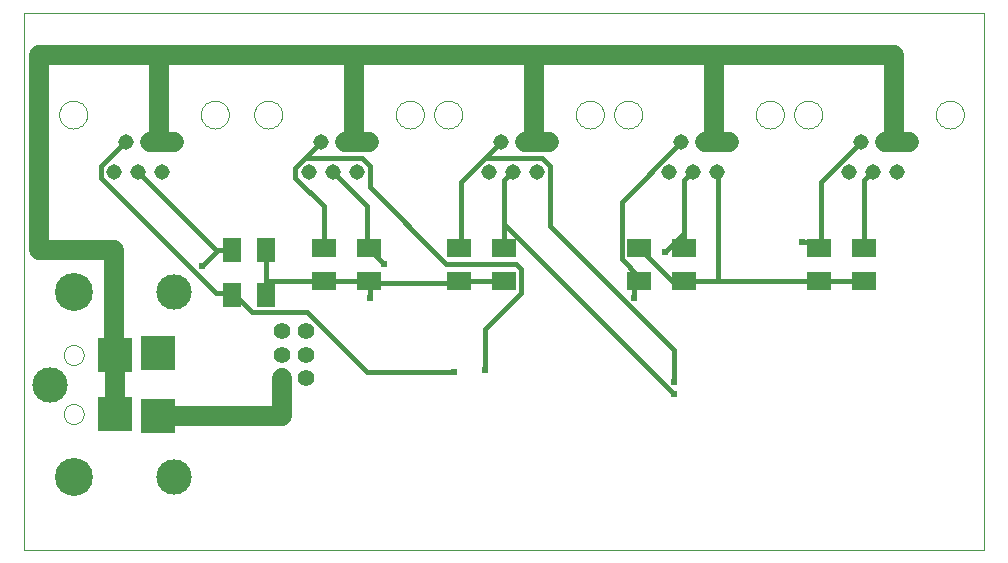
<source format=gbl>
G75*
G70*
%OFA0B0*%
%FSLAX24Y24*%
%IPPOS*%
%LPD*%
%AMOC8*
5,1,8,0,0,1.08239X$1,22.5*
%
%ADD10C,0.0000*%
%ADD11C,0.0515*%
%ADD12C,0.1181*%
%ADD13C,0.1266*%
%ADD14R,0.1181X0.1181*%
%ADD15C,0.0554*%
%ADD16R,0.0787X0.0630*%
%ADD17R,0.0630X0.0787*%
%ADD18C,0.0660*%
%ADD19C,0.0180*%
%ADD20C,0.0240*%
D10*
X000100Y000100D02*
X000100Y017971D01*
X032095Y017971D01*
X032095Y000100D01*
X000100Y000100D01*
X001419Y004616D02*
X001421Y004652D01*
X001427Y004688D01*
X001437Y004723D01*
X001450Y004757D01*
X001467Y004789D01*
X001487Y004819D01*
X001511Y004846D01*
X001537Y004871D01*
X001566Y004893D01*
X001597Y004912D01*
X001630Y004927D01*
X001664Y004939D01*
X001700Y004947D01*
X001736Y004951D01*
X001772Y004951D01*
X001808Y004947D01*
X001844Y004939D01*
X001878Y004927D01*
X001911Y004912D01*
X001942Y004893D01*
X001971Y004871D01*
X001997Y004846D01*
X002021Y004819D01*
X002041Y004789D01*
X002058Y004757D01*
X002071Y004723D01*
X002081Y004688D01*
X002087Y004652D01*
X002089Y004616D01*
X002087Y004580D01*
X002081Y004544D01*
X002071Y004509D01*
X002058Y004475D01*
X002041Y004443D01*
X002021Y004413D01*
X001997Y004386D01*
X001971Y004361D01*
X001942Y004339D01*
X001911Y004320D01*
X001878Y004305D01*
X001844Y004293D01*
X001808Y004285D01*
X001772Y004281D01*
X001736Y004281D01*
X001700Y004285D01*
X001664Y004293D01*
X001630Y004305D01*
X001597Y004320D01*
X001566Y004339D01*
X001537Y004361D01*
X001511Y004386D01*
X001487Y004413D01*
X001467Y004443D01*
X001450Y004475D01*
X001437Y004509D01*
X001427Y004544D01*
X001421Y004580D01*
X001419Y004616D01*
X001419Y006584D02*
X001421Y006620D01*
X001427Y006656D01*
X001437Y006691D01*
X001450Y006725D01*
X001467Y006757D01*
X001487Y006787D01*
X001511Y006814D01*
X001537Y006839D01*
X001566Y006861D01*
X001597Y006880D01*
X001630Y006895D01*
X001664Y006907D01*
X001700Y006915D01*
X001736Y006919D01*
X001772Y006919D01*
X001808Y006915D01*
X001844Y006907D01*
X001878Y006895D01*
X001911Y006880D01*
X001942Y006861D01*
X001971Y006839D01*
X001997Y006814D01*
X002021Y006787D01*
X002041Y006757D01*
X002058Y006725D01*
X002071Y006691D01*
X002081Y006656D01*
X002087Y006620D01*
X002089Y006584D01*
X002087Y006548D01*
X002081Y006512D01*
X002071Y006477D01*
X002058Y006443D01*
X002041Y006411D01*
X002021Y006381D01*
X001997Y006354D01*
X001971Y006329D01*
X001942Y006307D01*
X001911Y006288D01*
X001878Y006273D01*
X001844Y006261D01*
X001808Y006253D01*
X001772Y006249D01*
X001736Y006249D01*
X001700Y006253D01*
X001664Y006261D01*
X001630Y006273D01*
X001597Y006288D01*
X001566Y006307D01*
X001537Y006329D01*
X001511Y006354D01*
X001487Y006381D01*
X001467Y006411D01*
X001450Y006443D01*
X001437Y006477D01*
X001427Y006512D01*
X001421Y006548D01*
X001419Y006584D01*
X001273Y014600D02*
X001275Y014643D01*
X001281Y014685D01*
X001291Y014727D01*
X001304Y014768D01*
X001322Y014807D01*
X001343Y014845D01*
X001367Y014880D01*
X001394Y014913D01*
X001425Y014944D01*
X001458Y014971D01*
X001493Y014995D01*
X001531Y015016D01*
X001570Y015034D01*
X001611Y015047D01*
X001653Y015057D01*
X001695Y015063D01*
X001738Y015065D01*
X001781Y015063D01*
X001823Y015057D01*
X001865Y015047D01*
X001906Y015034D01*
X001945Y015016D01*
X001983Y014995D01*
X002018Y014971D01*
X002051Y014944D01*
X002082Y014913D01*
X002109Y014880D01*
X002133Y014845D01*
X002154Y014807D01*
X002172Y014768D01*
X002185Y014727D01*
X002195Y014685D01*
X002201Y014643D01*
X002203Y014600D01*
X002201Y014557D01*
X002195Y014515D01*
X002185Y014473D01*
X002172Y014432D01*
X002154Y014393D01*
X002133Y014355D01*
X002109Y014320D01*
X002082Y014287D01*
X002051Y014256D01*
X002018Y014229D01*
X001983Y014205D01*
X001945Y014184D01*
X001906Y014166D01*
X001865Y014153D01*
X001823Y014143D01*
X001781Y014137D01*
X001738Y014135D01*
X001695Y014137D01*
X001653Y014143D01*
X001611Y014153D01*
X001570Y014166D01*
X001531Y014184D01*
X001493Y014205D01*
X001458Y014229D01*
X001425Y014256D01*
X001394Y014287D01*
X001367Y014320D01*
X001343Y014355D01*
X001322Y014393D01*
X001304Y014432D01*
X001291Y014473D01*
X001281Y014515D01*
X001275Y014557D01*
X001273Y014600D01*
X005997Y014600D02*
X005999Y014643D01*
X006005Y014685D01*
X006015Y014727D01*
X006028Y014768D01*
X006046Y014807D01*
X006067Y014845D01*
X006091Y014880D01*
X006118Y014913D01*
X006149Y014944D01*
X006182Y014971D01*
X006217Y014995D01*
X006255Y015016D01*
X006294Y015034D01*
X006335Y015047D01*
X006377Y015057D01*
X006419Y015063D01*
X006462Y015065D01*
X006505Y015063D01*
X006547Y015057D01*
X006589Y015047D01*
X006630Y015034D01*
X006669Y015016D01*
X006707Y014995D01*
X006742Y014971D01*
X006775Y014944D01*
X006806Y014913D01*
X006833Y014880D01*
X006857Y014845D01*
X006878Y014807D01*
X006896Y014768D01*
X006909Y014727D01*
X006919Y014685D01*
X006925Y014643D01*
X006927Y014600D01*
X006925Y014557D01*
X006919Y014515D01*
X006909Y014473D01*
X006896Y014432D01*
X006878Y014393D01*
X006857Y014355D01*
X006833Y014320D01*
X006806Y014287D01*
X006775Y014256D01*
X006742Y014229D01*
X006707Y014205D01*
X006669Y014184D01*
X006630Y014166D01*
X006589Y014153D01*
X006547Y014143D01*
X006505Y014137D01*
X006462Y014135D01*
X006419Y014137D01*
X006377Y014143D01*
X006335Y014153D01*
X006294Y014166D01*
X006255Y014184D01*
X006217Y014205D01*
X006182Y014229D01*
X006149Y014256D01*
X006118Y014287D01*
X006091Y014320D01*
X006067Y014355D01*
X006046Y014393D01*
X006028Y014432D01*
X006015Y014473D01*
X006005Y014515D01*
X005999Y014557D01*
X005997Y014600D01*
X007773Y014600D02*
X007775Y014643D01*
X007781Y014685D01*
X007791Y014727D01*
X007804Y014768D01*
X007822Y014807D01*
X007843Y014845D01*
X007867Y014880D01*
X007894Y014913D01*
X007925Y014944D01*
X007958Y014971D01*
X007993Y014995D01*
X008031Y015016D01*
X008070Y015034D01*
X008111Y015047D01*
X008153Y015057D01*
X008195Y015063D01*
X008238Y015065D01*
X008281Y015063D01*
X008323Y015057D01*
X008365Y015047D01*
X008406Y015034D01*
X008445Y015016D01*
X008483Y014995D01*
X008518Y014971D01*
X008551Y014944D01*
X008582Y014913D01*
X008609Y014880D01*
X008633Y014845D01*
X008654Y014807D01*
X008672Y014768D01*
X008685Y014727D01*
X008695Y014685D01*
X008701Y014643D01*
X008703Y014600D01*
X008701Y014557D01*
X008695Y014515D01*
X008685Y014473D01*
X008672Y014432D01*
X008654Y014393D01*
X008633Y014355D01*
X008609Y014320D01*
X008582Y014287D01*
X008551Y014256D01*
X008518Y014229D01*
X008483Y014205D01*
X008445Y014184D01*
X008406Y014166D01*
X008365Y014153D01*
X008323Y014143D01*
X008281Y014137D01*
X008238Y014135D01*
X008195Y014137D01*
X008153Y014143D01*
X008111Y014153D01*
X008070Y014166D01*
X008031Y014184D01*
X007993Y014205D01*
X007958Y014229D01*
X007925Y014256D01*
X007894Y014287D01*
X007867Y014320D01*
X007843Y014355D01*
X007822Y014393D01*
X007804Y014432D01*
X007791Y014473D01*
X007781Y014515D01*
X007775Y014557D01*
X007773Y014600D01*
X012497Y014600D02*
X012499Y014643D01*
X012505Y014685D01*
X012515Y014727D01*
X012528Y014768D01*
X012546Y014807D01*
X012567Y014845D01*
X012591Y014880D01*
X012618Y014913D01*
X012649Y014944D01*
X012682Y014971D01*
X012717Y014995D01*
X012755Y015016D01*
X012794Y015034D01*
X012835Y015047D01*
X012877Y015057D01*
X012919Y015063D01*
X012962Y015065D01*
X013005Y015063D01*
X013047Y015057D01*
X013089Y015047D01*
X013130Y015034D01*
X013169Y015016D01*
X013207Y014995D01*
X013242Y014971D01*
X013275Y014944D01*
X013306Y014913D01*
X013333Y014880D01*
X013357Y014845D01*
X013378Y014807D01*
X013396Y014768D01*
X013409Y014727D01*
X013419Y014685D01*
X013425Y014643D01*
X013427Y014600D01*
X013425Y014557D01*
X013419Y014515D01*
X013409Y014473D01*
X013396Y014432D01*
X013378Y014393D01*
X013357Y014355D01*
X013333Y014320D01*
X013306Y014287D01*
X013275Y014256D01*
X013242Y014229D01*
X013207Y014205D01*
X013169Y014184D01*
X013130Y014166D01*
X013089Y014153D01*
X013047Y014143D01*
X013005Y014137D01*
X012962Y014135D01*
X012919Y014137D01*
X012877Y014143D01*
X012835Y014153D01*
X012794Y014166D01*
X012755Y014184D01*
X012717Y014205D01*
X012682Y014229D01*
X012649Y014256D01*
X012618Y014287D01*
X012591Y014320D01*
X012567Y014355D01*
X012546Y014393D01*
X012528Y014432D01*
X012515Y014473D01*
X012505Y014515D01*
X012499Y014557D01*
X012497Y014600D01*
X013773Y014600D02*
X013775Y014643D01*
X013781Y014685D01*
X013791Y014727D01*
X013804Y014768D01*
X013822Y014807D01*
X013843Y014845D01*
X013867Y014880D01*
X013894Y014913D01*
X013925Y014944D01*
X013958Y014971D01*
X013993Y014995D01*
X014031Y015016D01*
X014070Y015034D01*
X014111Y015047D01*
X014153Y015057D01*
X014195Y015063D01*
X014238Y015065D01*
X014281Y015063D01*
X014323Y015057D01*
X014365Y015047D01*
X014406Y015034D01*
X014445Y015016D01*
X014483Y014995D01*
X014518Y014971D01*
X014551Y014944D01*
X014582Y014913D01*
X014609Y014880D01*
X014633Y014845D01*
X014654Y014807D01*
X014672Y014768D01*
X014685Y014727D01*
X014695Y014685D01*
X014701Y014643D01*
X014703Y014600D01*
X014701Y014557D01*
X014695Y014515D01*
X014685Y014473D01*
X014672Y014432D01*
X014654Y014393D01*
X014633Y014355D01*
X014609Y014320D01*
X014582Y014287D01*
X014551Y014256D01*
X014518Y014229D01*
X014483Y014205D01*
X014445Y014184D01*
X014406Y014166D01*
X014365Y014153D01*
X014323Y014143D01*
X014281Y014137D01*
X014238Y014135D01*
X014195Y014137D01*
X014153Y014143D01*
X014111Y014153D01*
X014070Y014166D01*
X014031Y014184D01*
X013993Y014205D01*
X013958Y014229D01*
X013925Y014256D01*
X013894Y014287D01*
X013867Y014320D01*
X013843Y014355D01*
X013822Y014393D01*
X013804Y014432D01*
X013791Y014473D01*
X013781Y014515D01*
X013775Y014557D01*
X013773Y014600D01*
X018497Y014600D02*
X018499Y014643D01*
X018505Y014685D01*
X018515Y014727D01*
X018528Y014768D01*
X018546Y014807D01*
X018567Y014845D01*
X018591Y014880D01*
X018618Y014913D01*
X018649Y014944D01*
X018682Y014971D01*
X018717Y014995D01*
X018755Y015016D01*
X018794Y015034D01*
X018835Y015047D01*
X018877Y015057D01*
X018919Y015063D01*
X018962Y015065D01*
X019005Y015063D01*
X019047Y015057D01*
X019089Y015047D01*
X019130Y015034D01*
X019169Y015016D01*
X019207Y014995D01*
X019242Y014971D01*
X019275Y014944D01*
X019306Y014913D01*
X019333Y014880D01*
X019357Y014845D01*
X019378Y014807D01*
X019396Y014768D01*
X019409Y014727D01*
X019419Y014685D01*
X019425Y014643D01*
X019427Y014600D01*
X019425Y014557D01*
X019419Y014515D01*
X019409Y014473D01*
X019396Y014432D01*
X019378Y014393D01*
X019357Y014355D01*
X019333Y014320D01*
X019306Y014287D01*
X019275Y014256D01*
X019242Y014229D01*
X019207Y014205D01*
X019169Y014184D01*
X019130Y014166D01*
X019089Y014153D01*
X019047Y014143D01*
X019005Y014137D01*
X018962Y014135D01*
X018919Y014137D01*
X018877Y014143D01*
X018835Y014153D01*
X018794Y014166D01*
X018755Y014184D01*
X018717Y014205D01*
X018682Y014229D01*
X018649Y014256D01*
X018618Y014287D01*
X018591Y014320D01*
X018567Y014355D01*
X018546Y014393D01*
X018528Y014432D01*
X018515Y014473D01*
X018505Y014515D01*
X018499Y014557D01*
X018497Y014600D01*
X019773Y014600D02*
X019775Y014643D01*
X019781Y014685D01*
X019791Y014727D01*
X019804Y014768D01*
X019822Y014807D01*
X019843Y014845D01*
X019867Y014880D01*
X019894Y014913D01*
X019925Y014944D01*
X019958Y014971D01*
X019993Y014995D01*
X020031Y015016D01*
X020070Y015034D01*
X020111Y015047D01*
X020153Y015057D01*
X020195Y015063D01*
X020238Y015065D01*
X020281Y015063D01*
X020323Y015057D01*
X020365Y015047D01*
X020406Y015034D01*
X020445Y015016D01*
X020483Y014995D01*
X020518Y014971D01*
X020551Y014944D01*
X020582Y014913D01*
X020609Y014880D01*
X020633Y014845D01*
X020654Y014807D01*
X020672Y014768D01*
X020685Y014727D01*
X020695Y014685D01*
X020701Y014643D01*
X020703Y014600D01*
X020701Y014557D01*
X020695Y014515D01*
X020685Y014473D01*
X020672Y014432D01*
X020654Y014393D01*
X020633Y014355D01*
X020609Y014320D01*
X020582Y014287D01*
X020551Y014256D01*
X020518Y014229D01*
X020483Y014205D01*
X020445Y014184D01*
X020406Y014166D01*
X020365Y014153D01*
X020323Y014143D01*
X020281Y014137D01*
X020238Y014135D01*
X020195Y014137D01*
X020153Y014143D01*
X020111Y014153D01*
X020070Y014166D01*
X020031Y014184D01*
X019993Y014205D01*
X019958Y014229D01*
X019925Y014256D01*
X019894Y014287D01*
X019867Y014320D01*
X019843Y014355D01*
X019822Y014393D01*
X019804Y014432D01*
X019791Y014473D01*
X019781Y014515D01*
X019775Y014557D01*
X019773Y014600D01*
X024497Y014600D02*
X024499Y014643D01*
X024505Y014685D01*
X024515Y014727D01*
X024528Y014768D01*
X024546Y014807D01*
X024567Y014845D01*
X024591Y014880D01*
X024618Y014913D01*
X024649Y014944D01*
X024682Y014971D01*
X024717Y014995D01*
X024755Y015016D01*
X024794Y015034D01*
X024835Y015047D01*
X024877Y015057D01*
X024919Y015063D01*
X024962Y015065D01*
X025005Y015063D01*
X025047Y015057D01*
X025089Y015047D01*
X025130Y015034D01*
X025169Y015016D01*
X025207Y014995D01*
X025242Y014971D01*
X025275Y014944D01*
X025306Y014913D01*
X025333Y014880D01*
X025357Y014845D01*
X025378Y014807D01*
X025396Y014768D01*
X025409Y014727D01*
X025419Y014685D01*
X025425Y014643D01*
X025427Y014600D01*
X025425Y014557D01*
X025419Y014515D01*
X025409Y014473D01*
X025396Y014432D01*
X025378Y014393D01*
X025357Y014355D01*
X025333Y014320D01*
X025306Y014287D01*
X025275Y014256D01*
X025242Y014229D01*
X025207Y014205D01*
X025169Y014184D01*
X025130Y014166D01*
X025089Y014153D01*
X025047Y014143D01*
X025005Y014137D01*
X024962Y014135D01*
X024919Y014137D01*
X024877Y014143D01*
X024835Y014153D01*
X024794Y014166D01*
X024755Y014184D01*
X024717Y014205D01*
X024682Y014229D01*
X024649Y014256D01*
X024618Y014287D01*
X024591Y014320D01*
X024567Y014355D01*
X024546Y014393D01*
X024528Y014432D01*
X024515Y014473D01*
X024505Y014515D01*
X024499Y014557D01*
X024497Y014600D01*
X025773Y014600D02*
X025775Y014643D01*
X025781Y014685D01*
X025791Y014727D01*
X025804Y014768D01*
X025822Y014807D01*
X025843Y014845D01*
X025867Y014880D01*
X025894Y014913D01*
X025925Y014944D01*
X025958Y014971D01*
X025993Y014995D01*
X026031Y015016D01*
X026070Y015034D01*
X026111Y015047D01*
X026153Y015057D01*
X026195Y015063D01*
X026238Y015065D01*
X026281Y015063D01*
X026323Y015057D01*
X026365Y015047D01*
X026406Y015034D01*
X026445Y015016D01*
X026483Y014995D01*
X026518Y014971D01*
X026551Y014944D01*
X026582Y014913D01*
X026609Y014880D01*
X026633Y014845D01*
X026654Y014807D01*
X026672Y014768D01*
X026685Y014727D01*
X026695Y014685D01*
X026701Y014643D01*
X026703Y014600D01*
X026701Y014557D01*
X026695Y014515D01*
X026685Y014473D01*
X026672Y014432D01*
X026654Y014393D01*
X026633Y014355D01*
X026609Y014320D01*
X026582Y014287D01*
X026551Y014256D01*
X026518Y014229D01*
X026483Y014205D01*
X026445Y014184D01*
X026406Y014166D01*
X026365Y014153D01*
X026323Y014143D01*
X026281Y014137D01*
X026238Y014135D01*
X026195Y014137D01*
X026153Y014143D01*
X026111Y014153D01*
X026070Y014166D01*
X026031Y014184D01*
X025993Y014205D01*
X025958Y014229D01*
X025925Y014256D01*
X025894Y014287D01*
X025867Y014320D01*
X025843Y014355D01*
X025822Y014393D01*
X025804Y014432D01*
X025791Y014473D01*
X025781Y014515D01*
X025775Y014557D01*
X025773Y014600D01*
X030497Y014600D02*
X030499Y014643D01*
X030505Y014685D01*
X030515Y014727D01*
X030528Y014768D01*
X030546Y014807D01*
X030567Y014845D01*
X030591Y014880D01*
X030618Y014913D01*
X030649Y014944D01*
X030682Y014971D01*
X030717Y014995D01*
X030755Y015016D01*
X030794Y015034D01*
X030835Y015047D01*
X030877Y015057D01*
X030919Y015063D01*
X030962Y015065D01*
X031005Y015063D01*
X031047Y015057D01*
X031089Y015047D01*
X031130Y015034D01*
X031169Y015016D01*
X031207Y014995D01*
X031242Y014971D01*
X031275Y014944D01*
X031306Y014913D01*
X031333Y014880D01*
X031357Y014845D01*
X031378Y014807D01*
X031396Y014768D01*
X031409Y014727D01*
X031419Y014685D01*
X031425Y014643D01*
X031427Y014600D01*
X031425Y014557D01*
X031419Y014515D01*
X031409Y014473D01*
X031396Y014432D01*
X031378Y014393D01*
X031357Y014355D01*
X031333Y014320D01*
X031306Y014287D01*
X031275Y014256D01*
X031242Y014229D01*
X031207Y014205D01*
X031169Y014184D01*
X031130Y014166D01*
X031089Y014153D01*
X031047Y014143D01*
X031005Y014137D01*
X030962Y014135D01*
X030919Y014137D01*
X030877Y014143D01*
X030835Y014153D01*
X030794Y014166D01*
X030755Y014184D01*
X030717Y014205D01*
X030682Y014229D01*
X030649Y014256D01*
X030618Y014287D01*
X030591Y014320D01*
X030567Y014355D01*
X030546Y014393D01*
X030528Y014432D01*
X030515Y014473D01*
X030505Y014515D01*
X030499Y014557D01*
X030497Y014600D01*
D11*
X029600Y013694D03*
X028797Y013694D03*
X027994Y013694D03*
X027600Y012694D03*
X028403Y012694D03*
X029206Y012694D03*
X023600Y013694D03*
X022797Y013694D03*
X021994Y013694D03*
X021600Y012694D03*
X022403Y012694D03*
X023206Y012694D03*
X017600Y013694D03*
X016797Y013694D03*
X015994Y013694D03*
X015600Y012694D03*
X016403Y012694D03*
X017206Y012694D03*
X011600Y013694D03*
X010797Y013694D03*
X009994Y013694D03*
X009600Y012694D03*
X010403Y012694D03*
X011206Y012694D03*
X005100Y013694D03*
X004297Y013694D03*
X003494Y013694D03*
X003100Y012694D03*
X003903Y012694D03*
X004706Y012694D03*
D12*
X005100Y008671D03*
X000966Y005600D03*
X005100Y002529D03*
D13*
X001754Y002529D03*
X001754Y008671D03*
D14*
X003131Y006584D03*
X004569Y006663D03*
X004569Y004537D03*
X003131Y004616D03*
D15*
X008706Y005813D03*
X009494Y005813D03*
X009494Y006600D03*
X008706Y006600D03*
X008706Y007387D03*
X009494Y007387D03*
D16*
X010100Y009049D03*
X011600Y009049D03*
X011600Y010151D03*
X010100Y010151D03*
X014600Y010151D03*
X016100Y010151D03*
X016100Y009049D03*
X014600Y009049D03*
X020600Y009049D03*
X022100Y009049D03*
X022100Y010151D03*
X020600Y010151D03*
X026600Y010151D03*
X028100Y010151D03*
X028100Y009049D03*
X026600Y009049D03*
D17*
X008151Y008600D03*
X007049Y008600D03*
X007049Y010100D03*
X008151Y010100D03*
D18*
X003100Y010100D02*
X000600Y010100D01*
X000600Y016600D01*
X004600Y016600D01*
X004600Y013694D01*
X004297Y013694D01*
X005100Y013694D01*
X004600Y016600D02*
X011100Y016600D01*
X017100Y016600D01*
X023100Y016600D01*
X029100Y016600D01*
X029100Y013694D01*
X028797Y013694D01*
X029600Y013694D01*
X023600Y013694D02*
X023100Y013694D01*
X023100Y016600D01*
X023100Y013694D02*
X022797Y013694D01*
X017600Y013694D02*
X017100Y013694D01*
X017100Y016600D01*
X017100Y013694D02*
X016797Y013694D01*
X011600Y013694D02*
X011100Y013694D01*
X011100Y016600D01*
X011100Y013694D02*
X010797Y013694D01*
X003100Y010100D02*
X003100Y006584D01*
X003131Y006584D02*
X003131Y004616D01*
X004569Y004537D02*
X008706Y004537D01*
X008706Y005813D01*
D19*
X009540Y008020D02*
X011540Y006020D01*
X014420Y006020D01*
X015460Y006100D02*
X015460Y007460D01*
X016660Y008660D01*
X016660Y009460D01*
X016500Y009620D01*
X014180Y009620D01*
X011620Y012180D01*
X011620Y012900D01*
X011380Y013140D01*
X009540Y013140D01*
X009500Y013180D01*
X009140Y012820D01*
X009140Y012500D01*
X010100Y011540D01*
X010100Y010151D01*
X011540Y010180D02*
X011600Y010151D01*
X011620Y010100D01*
X012100Y009620D01*
X011700Y008980D02*
X011600Y009049D01*
X011620Y008980D01*
X011620Y008500D01*
X011700Y008980D02*
X014580Y008980D01*
X014600Y009049D01*
X014660Y009060D01*
X016100Y009060D01*
X016100Y009049D01*
X016100Y010151D02*
X016100Y010900D01*
X016180Y010900D01*
X021780Y005300D01*
X021780Y005700D02*
X021780Y006740D01*
X017620Y010900D01*
X017620Y012900D01*
X017380Y013140D01*
X015540Y013140D01*
X015500Y013180D01*
X014660Y012340D01*
X014660Y010180D01*
X014600Y010151D01*
X016100Y010900D02*
X016100Y012420D01*
X016340Y012660D01*
X016403Y012694D01*
X015500Y013180D02*
X015940Y013620D01*
X015994Y013694D01*
X020020Y011700D02*
X021940Y013620D01*
X021994Y013694D01*
X022403Y012694D02*
X022340Y012660D01*
X022100Y012420D01*
X022100Y010580D01*
X022020Y010580D01*
X021460Y010020D01*
X022100Y010151D02*
X022100Y010580D01*
X020660Y010100D02*
X020600Y010151D01*
X020660Y010100D02*
X021700Y009060D01*
X022100Y009060D01*
X022100Y009049D01*
X022180Y009060D01*
X023220Y009060D01*
X023220Y012660D01*
X023206Y012694D01*
X020020Y011700D02*
X020020Y009780D01*
X020580Y009220D01*
X020580Y009060D01*
X020600Y009049D01*
X020420Y009300D01*
X020420Y008500D01*
X023220Y009060D02*
X026580Y009060D01*
X026600Y009049D01*
X026660Y009060D01*
X028100Y009060D01*
X028100Y009049D01*
X028100Y010151D02*
X028100Y012420D01*
X028340Y012660D01*
X028403Y012694D01*
X027940Y013620D02*
X027994Y013694D01*
X027940Y013620D02*
X026660Y012340D01*
X026660Y010180D01*
X026600Y010151D01*
X026580Y010340D01*
X026020Y010340D01*
X011600Y009049D02*
X011540Y009060D01*
X010100Y009060D01*
X010100Y009049D01*
X010020Y009060D01*
X008180Y009060D01*
X008180Y008660D01*
X008151Y008600D01*
X008180Y009060D02*
X008180Y010100D01*
X008151Y010100D01*
X007049Y010100D02*
X006500Y010100D01*
X006500Y010020D01*
X006020Y009540D01*
X006500Y010100D02*
X003940Y012660D01*
X003903Y012694D01*
X003460Y013700D02*
X002660Y012900D01*
X002660Y012500D01*
X006500Y008660D01*
X006980Y008660D01*
X007049Y008600D01*
X007140Y008580D01*
X007700Y008020D01*
X009540Y008020D01*
X011540Y010180D02*
X011540Y011540D01*
X010420Y012660D01*
X010403Y012694D01*
X009500Y013180D02*
X009940Y013620D01*
X009994Y013694D01*
X003494Y013694D02*
X003460Y013700D01*
X003131Y006584D02*
X003140Y006580D01*
X003100Y006584D01*
D20*
X006020Y009540D03*
X011620Y008500D03*
X012100Y009620D03*
X014420Y006020D03*
X015460Y006100D03*
X020420Y008500D03*
X021460Y010020D03*
X026020Y010340D03*
X021780Y005700D03*
X021780Y005300D03*
M02*

</source>
